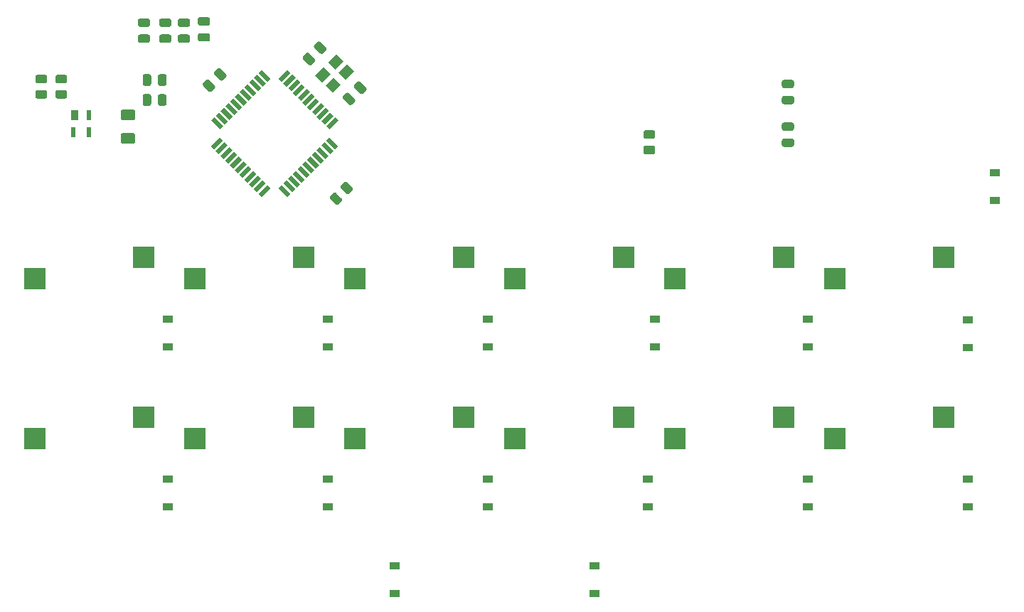
<source format=gbr>
%TF.GenerationSoftware,KiCad,Pcbnew,(5.1.9)-1*%
%TF.CreationDate,2021-03-28T16:49:31-07:00*%
%TF.ProjectId,millipad,6d696c6c-6970-4616-942e-6b696361645f,rev?*%
%TF.SameCoordinates,Original*%
%TF.FileFunction,Paste,Bot*%
%TF.FilePolarity,Positive*%
%FSLAX46Y46*%
G04 Gerber Fmt 4.6, Leading zero omitted, Abs format (unit mm)*
G04 Created by KiCad (PCBNEW (5.1.9)-1) date 2021-03-28 16:49:31*
%MOMM*%
%LPD*%
G01*
G04 APERTURE LIST*
%ADD10R,1.200000X0.900000*%
%ADD11R,2.550000X2.500000*%
%ADD12C,0.100000*%
%ADD13R,0.482600X1.168400*%
%ADD14R,0.889000X1.168400*%
G04 APERTURE END LIST*
D10*
%TO.C,D15*%
X148431250Y-108012500D03*
X148431250Y-104712500D03*
%TD*%
%TO.C,D14*%
X124618750Y-108012500D03*
X124618750Y-104712500D03*
%TD*%
D11*
%TO.C,MX1*%
X94742000Y-67945000D03*
X81815000Y-70485000D03*
%TD*%
%TO.C,MX12*%
X189992000Y-86995000D03*
X177065000Y-89535000D03*
%TD*%
%TO.C,MX11*%
X189992000Y-67945000D03*
X177065000Y-70485000D03*
%TD*%
%TO.C,MX10*%
X170942000Y-86995000D03*
X158015000Y-89535000D03*
%TD*%
%TO.C,MX9*%
X170942000Y-67945000D03*
X158015000Y-70485000D03*
%TD*%
%TO.C,MX8*%
X151892000Y-86995000D03*
X138965000Y-89535000D03*
%TD*%
%TO.C,MX7*%
X151892000Y-67945000D03*
X138965000Y-70485000D03*
%TD*%
%TO.C,MX6*%
X132842000Y-86995000D03*
X119915000Y-89535000D03*
%TD*%
%TO.C,MX5*%
X132842000Y-67945000D03*
X119915000Y-70485000D03*
%TD*%
%TO.C,MX4*%
X113792000Y-86995000D03*
X100865000Y-89535000D03*
%TD*%
%TO.C,MX3*%
X113792000Y-67945000D03*
X100865000Y-70485000D03*
%TD*%
%TO.C,MX2*%
X94742000Y-86995000D03*
X81815000Y-89535000D03*
%TD*%
D12*
%TO.C,Y1*%
G36*
X117722488Y-43739403D02*
G01*
X118571016Y-44587931D01*
X117581066Y-45577881D01*
X116732538Y-44729353D01*
X117722488Y-43739403D01*
G37*
G36*
X116166853Y-45295038D02*
G01*
X117015381Y-46143566D01*
X116025431Y-47133516D01*
X115176903Y-46284988D01*
X116166853Y-45295038D01*
G37*
G36*
X117368934Y-46497119D02*
G01*
X118217462Y-47345647D01*
X117227512Y-48335597D01*
X116378984Y-47487069D01*
X117368934Y-46497119D01*
G37*
G36*
X118924569Y-44941484D02*
G01*
X119773097Y-45790012D01*
X118783147Y-46779962D01*
X117934619Y-45931434D01*
X118924569Y-44941484D01*
G37*
%TD*%
%TO.C,C4*%
G36*
G01*
X119202177Y-48401072D02*
X119873928Y-49072823D01*
G75*
G02*
X119873928Y-49426377I-176777J-176777D01*
G01*
X119520375Y-49779930D01*
G75*
G02*
X119166821Y-49779930I-176777J176777D01*
G01*
X118495070Y-49108179D01*
G75*
G02*
X118495070Y-48754625I176777J176777D01*
G01*
X118848623Y-48401072D01*
G75*
G02*
X119202177Y-48401072I176777J-176777D01*
G01*
G37*
G36*
G01*
X120545679Y-47057570D02*
X121217430Y-47729321D01*
G75*
G02*
X121217430Y-48082875I-176777J-176777D01*
G01*
X120863877Y-48436428D01*
G75*
G02*
X120510323Y-48436428I-176777J176777D01*
G01*
X119838572Y-47764677D01*
G75*
G02*
X119838572Y-47411123I176777J176777D01*
G01*
X120192125Y-47057570D01*
G75*
G02*
X120545679Y-47057570I176777J-176777D01*
G01*
G37*
%TD*%
%TO.C,U1*%
G36*
X103808190Y-53658548D02*
G01*
X104197098Y-54047456D01*
X103136438Y-55108116D01*
X102747530Y-54719208D01*
X103808190Y-53658548D01*
G37*
G36*
X104373876Y-54224233D02*
G01*
X104762784Y-54613141D01*
X103702124Y-55673801D01*
X103313216Y-55284893D01*
X104373876Y-54224233D01*
G37*
G36*
X104939561Y-54789918D02*
G01*
X105328469Y-55178826D01*
X104267809Y-56239486D01*
X103878901Y-55850578D01*
X104939561Y-54789918D01*
G37*
G36*
X105505246Y-55355604D02*
G01*
X105894154Y-55744512D01*
X104833494Y-56805172D01*
X104444586Y-56416264D01*
X105505246Y-55355604D01*
G37*
G36*
X106070932Y-55921289D02*
G01*
X106459840Y-56310197D01*
X105399180Y-57370857D01*
X105010272Y-56981949D01*
X106070932Y-55921289D01*
G37*
G36*
X106636617Y-56486975D02*
G01*
X107025525Y-56875883D01*
X105964865Y-57936543D01*
X105575957Y-57547635D01*
X106636617Y-56486975D01*
G37*
G36*
X107202303Y-57052660D02*
G01*
X107591211Y-57441568D01*
X106530551Y-58502228D01*
X106141643Y-58113320D01*
X107202303Y-57052660D01*
G37*
G36*
X107767988Y-57618346D02*
G01*
X108156896Y-58007254D01*
X107096236Y-59067914D01*
X106707328Y-58679006D01*
X107767988Y-57618346D01*
G37*
G36*
X108333674Y-58184031D02*
G01*
X108722582Y-58572939D01*
X107661922Y-59633599D01*
X107273014Y-59244691D01*
X108333674Y-58184031D01*
G37*
G36*
X108899359Y-58749716D02*
G01*
X109288267Y-59138624D01*
X108227607Y-60199284D01*
X107838699Y-59810376D01*
X108899359Y-58749716D01*
G37*
G36*
X109465044Y-59315402D02*
G01*
X109853952Y-59704310D01*
X108793292Y-60764970D01*
X108404384Y-60376062D01*
X109465044Y-59315402D01*
G37*
G36*
X110808548Y-59704310D02*
G01*
X111197456Y-59315402D01*
X112258116Y-60376062D01*
X111869208Y-60764970D01*
X110808548Y-59704310D01*
G37*
G36*
X111374233Y-59138624D02*
G01*
X111763141Y-58749716D01*
X112823801Y-59810376D01*
X112434893Y-60199284D01*
X111374233Y-59138624D01*
G37*
G36*
X111939918Y-58572939D02*
G01*
X112328826Y-58184031D01*
X113389486Y-59244691D01*
X113000578Y-59633599D01*
X111939918Y-58572939D01*
G37*
G36*
X112505604Y-58007254D02*
G01*
X112894512Y-57618346D01*
X113955172Y-58679006D01*
X113566264Y-59067914D01*
X112505604Y-58007254D01*
G37*
G36*
X113071289Y-57441568D02*
G01*
X113460197Y-57052660D01*
X114520857Y-58113320D01*
X114131949Y-58502228D01*
X113071289Y-57441568D01*
G37*
G36*
X113636975Y-56875883D02*
G01*
X114025883Y-56486975D01*
X115086543Y-57547635D01*
X114697635Y-57936543D01*
X113636975Y-56875883D01*
G37*
G36*
X114202660Y-56310197D02*
G01*
X114591568Y-55921289D01*
X115652228Y-56981949D01*
X115263320Y-57370857D01*
X114202660Y-56310197D01*
G37*
G36*
X114768346Y-55744512D02*
G01*
X115157254Y-55355604D01*
X116217914Y-56416264D01*
X115829006Y-56805172D01*
X114768346Y-55744512D01*
G37*
G36*
X115334031Y-55178826D02*
G01*
X115722939Y-54789918D01*
X116783599Y-55850578D01*
X116394691Y-56239486D01*
X115334031Y-55178826D01*
G37*
G36*
X115899716Y-54613141D02*
G01*
X116288624Y-54224233D01*
X117349284Y-55284893D01*
X116960376Y-55673801D01*
X115899716Y-54613141D01*
G37*
G36*
X116465402Y-54047456D02*
G01*
X116854310Y-53658548D01*
X117914970Y-54719208D01*
X117526062Y-55108116D01*
X116465402Y-54047456D01*
G37*
G36*
X117526062Y-51254384D02*
G01*
X117914970Y-51643292D01*
X116854310Y-52703952D01*
X116465402Y-52315044D01*
X117526062Y-51254384D01*
G37*
G36*
X116960376Y-50688699D02*
G01*
X117349284Y-51077607D01*
X116288624Y-52138267D01*
X115899716Y-51749359D01*
X116960376Y-50688699D01*
G37*
G36*
X116394691Y-50123014D02*
G01*
X116783599Y-50511922D01*
X115722939Y-51572582D01*
X115334031Y-51183674D01*
X116394691Y-50123014D01*
G37*
G36*
X115829006Y-49557328D02*
G01*
X116217914Y-49946236D01*
X115157254Y-51006896D01*
X114768346Y-50617988D01*
X115829006Y-49557328D01*
G37*
G36*
X115263320Y-48991643D02*
G01*
X115652228Y-49380551D01*
X114591568Y-50441211D01*
X114202660Y-50052303D01*
X115263320Y-48991643D01*
G37*
G36*
X114697635Y-48425957D02*
G01*
X115086543Y-48814865D01*
X114025883Y-49875525D01*
X113636975Y-49486617D01*
X114697635Y-48425957D01*
G37*
G36*
X114131949Y-47860272D02*
G01*
X114520857Y-48249180D01*
X113460197Y-49309840D01*
X113071289Y-48920932D01*
X114131949Y-47860272D01*
G37*
G36*
X113566264Y-47294586D02*
G01*
X113955172Y-47683494D01*
X112894512Y-48744154D01*
X112505604Y-48355246D01*
X113566264Y-47294586D01*
G37*
G36*
X113000578Y-46728901D02*
G01*
X113389486Y-47117809D01*
X112328826Y-48178469D01*
X111939918Y-47789561D01*
X113000578Y-46728901D01*
G37*
G36*
X112434893Y-46163216D02*
G01*
X112823801Y-46552124D01*
X111763141Y-47612784D01*
X111374233Y-47223876D01*
X112434893Y-46163216D01*
G37*
G36*
X111869208Y-45597530D02*
G01*
X112258116Y-45986438D01*
X111197456Y-47047098D01*
X110808548Y-46658190D01*
X111869208Y-45597530D01*
G37*
G36*
X108404384Y-45986438D02*
G01*
X108793292Y-45597530D01*
X109853952Y-46658190D01*
X109465044Y-47047098D01*
X108404384Y-45986438D01*
G37*
G36*
X107838699Y-46552124D02*
G01*
X108227607Y-46163216D01*
X109288267Y-47223876D01*
X108899359Y-47612784D01*
X107838699Y-46552124D01*
G37*
G36*
X107273014Y-47117809D02*
G01*
X107661922Y-46728901D01*
X108722582Y-47789561D01*
X108333674Y-48178469D01*
X107273014Y-47117809D01*
G37*
G36*
X106707328Y-47683494D02*
G01*
X107096236Y-47294586D01*
X108156896Y-48355246D01*
X107767988Y-48744154D01*
X106707328Y-47683494D01*
G37*
G36*
X106141643Y-48249180D02*
G01*
X106530551Y-47860272D01*
X107591211Y-48920932D01*
X107202303Y-49309840D01*
X106141643Y-48249180D01*
G37*
G36*
X105575957Y-48814865D02*
G01*
X105964865Y-48425957D01*
X107025525Y-49486617D01*
X106636617Y-49875525D01*
X105575957Y-48814865D01*
G37*
G36*
X105010272Y-49380551D02*
G01*
X105399180Y-48991643D01*
X106459840Y-50052303D01*
X106070932Y-50441211D01*
X105010272Y-49380551D01*
G37*
G36*
X104444586Y-49946236D02*
G01*
X104833494Y-49557328D01*
X105894154Y-50617988D01*
X105505246Y-51006896D01*
X104444586Y-49946236D01*
G37*
G36*
X103878901Y-50511922D02*
G01*
X104267809Y-50123014D01*
X105328469Y-51183674D01*
X104939561Y-51572582D01*
X103878901Y-50511922D01*
G37*
G36*
X103313216Y-51077607D02*
G01*
X103702124Y-50688699D01*
X104762784Y-51749359D01*
X104373876Y-52138267D01*
X103313216Y-51077607D01*
G37*
G36*
X102747530Y-51643292D02*
G01*
X103136438Y-51254384D01*
X104197098Y-52315044D01*
X103808190Y-52703952D01*
X102747530Y-51643292D01*
G37*
%TD*%
%TO.C,C1*%
G36*
G01*
X102392500Y-40348750D02*
X101442500Y-40348750D01*
G75*
G02*
X101192500Y-40098750I0J250000D01*
G01*
X101192500Y-39598750D01*
G75*
G02*
X101442500Y-39348750I250000J0D01*
G01*
X102392500Y-39348750D01*
G75*
G02*
X102642500Y-39598750I0J-250000D01*
G01*
X102642500Y-40098750D01*
G75*
G02*
X102392500Y-40348750I-250000J0D01*
G01*
G37*
G36*
G01*
X102392500Y-42248750D02*
X101442500Y-42248750D01*
G75*
G02*
X101192500Y-41998750I0J250000D01*
G01*
X101192500Y-41498750D01*
G75*
G02*
X101442500Y-41248750I250000J0D01*
G01*
X102392500Y-41248750D01*
G75*
G02*
X102642500Y-41498750I0J-250000D01*
G01*
X102642500Y-41998750D01*
G75*
G02*
X102392500Y-42248750I-250000J0D01*
G01*
G37*
%TD*%
D13*
%TO.C,U2*%
X86315549Y-53086000D03*
X88215551Y-53086000D03*
X88215550Y-51054000D03*
D14*
X86518750Y-51054000D03*
%TD*%
%TO.C,R6*%
G36*
G01*
X82099999Y-48025000D02*
X83000001Y-48025000D01*
G75*
G02*
X83250000Y-48274999I0J-249999D01*
G01*
X83250000Y-48800001D01*
G75*
G02*
X83000001Y-49050000I-249999J0D01*
G01*
X82099999Y-49050000D01*
G75*
G02*
X81850000Y-48800001I0J249999D01*
G01*
X81850000Y-48274999D01*
G75*
G02*
X82099999Y-48025000I249999J0D01*
G01*
G37*
G36*
G01*
X82099999Y-46200000D02*
X83000001Y-46200000D01*
G75*
G02*
X83250000Y-46449999I0J-249999D01*
G01*
X83250000Y-46975001D01*
G75*
G02*
X83000001Y-47225000I-249999J0D01*
G01*
X82099999Y-47225000D01*
G75*
G02*
X81850000Y-46975001I0J249999D01*
G01*
X81850000Y-46449999D01*
G75*
G02*
X82099999Y-46200000I249999J0D01*
G01*
G37*
%TD*%
%TO.C,R5*%
G36*
G01*
X84481249Y-48025000D02*
X85381251Y-48025000D01*
G75*
G02*
X85631250Y-48274999I0J-249999D01*
G01*
X85631250Y-48800001D01*
G75*
G02*
X85381251Y-49050000I-249999J0D01*
G01*
X84481249Y-49050000D01*
G75*
G02*
X84231250Y-48800001I0J249999D01*
G01*
X84231250Y-48274999D01*
G75*
G02*
X84481249Y-48025000I249999J0D01*
G01*
G37*
G36*
G01*
X84481249Y-46200000D02*
X85381251Y-46200000D01*
G75*
G02*
X85631250Y-46449999I0J-249999D01*
G01*
X85631250Y-46975001D01*
G75*
G02*
X85381251Y-47225000I-249999J0D01*
G01*
X84481249Y-47225000D01*
G75*
G02*
X84231250Y-46975001I0J249999D01*
G01*
X84231250Y-46449999D01*
G75*
G02*
X84481249Y-46200000I249999J0D01*
G01*
G37*
%TD*%
%TO.C,R4*%
G36*
G01*
X117667708Y-60289644D02*
X118304106Y-60926042D01*
G75*
G02*
X118304106Y-61279594I-176776J-176776D01*
G01*
X117932874Y-61650826D01*
G75*
G02*
X117579322Y-61650826I-176776J176776D01*
G01*
X116942924Y-61014428D01*
G75*
G02*
X116942924Y-60660876I176776J176776D01*
G01*
X117314156Y-60289644D01*
G75*
G02*
X117667708Y-60289644I176776J-176776D01*
G01*
G37*
G36*
G01*
X118958178Y-58999174D02*
X119594576Y-59635572D01*
G75*
G02*
X119594576Y-59989124I-176776J-176776D01*
G01*
X119223344Y-60360356D01*
G75*
G02*
X118869792Y-60360356I-176776J176776D01*
G01*
X118233394Y-59723958D01*
G75*
G02*
X118233394Y-59370406I176776J176776D01*
G01*
X118604626Y-58999174D01*
G75*
G02*
X118958178Y-58999174I176776J-176776D01*
G01*
G37*
%TD*%
%TO.C,R3*%
G36*
G01*
X155390001Y-53852500D02*
X154489999Y-53852500D01*
G75*
G02*
X154240000Y-53602501I0J249999D01*
G01*
X154240000Y-53077499D01*
G75*
G02*
X154489999Y-52827500I249999J0D01*
G01*
X155390001Y-52827500D01*
G75*
G02*
X155640000Y-53077499I0J-249999D01*
G01*
X155640000Y-53602501D01*
G75*
G02*
X155390001Y-53852500I-249999J0D01*
G01*
G37*
G36*
G01*
X155390001Y-55677500D02*
X154489999Y-55677500D01*
G75*
G02*
X154240000Y-55427501I0J249999D01*
G01*
X154240000Y-54902499D01*
G75*
G02*
X154489999Y-54652500I249999J0D01*
G01*
X155390001Y-54652500D01*
G75*
G02*
X155640000Y-54902499I0J-249999D01*
G01*
X155640000Y-55427501D01*
G75*
G02*
X155390001Y-55677500I-249999J0D01*
G01*
G37*
%TD*%
%TO.C,R2*%
G36*
G01*
X95643750Y-46381249D02*
X95643750Y-47281251D01*
G75*
G02*
X95393751Y-47531250I-249999J0D01*
G01*
X94868749Y-47531250D01*
G75*
G02*
X94618750Y-47281251I0J249999D01*
G01*
X94618750Y-46381249D01*
G75*
G02*
X94868749Y-46131250I249999J0D01*
G01*
X95393751Y-46131250D01*
G75*
G02*
X95643750Y-46381249I0J-249999D01*
G01*
G37*
G36*
G01*
X97468750Y-46381249D02*
X97468750Y-47281251D01*
G75*
G02*
X97218751Y-47531250I-249999J0D01*
G01*
X96693749Y-47531250D01*
G75*
G02*
X96443750Y-47281251I0J249999D01*
G01*
X96443750Y-46381249D01*
G75*
G02*
X96693749Y-46131250I249999J0D01*
G01*
X97218751Y-46131250D01*
G75*
G02*
X97468750Y-46381249I0J-249999D01*
G01*
G37*
%TD*%
%TO.C,R1*%
G36*
G01*
X95643750Y-48762499D02*
X95643750Y-49662501D01*
G75*
G02*
X95393751Y-49912500I-249999J0D01*
G01*
X94868749Y-49912500D01*
G75*
G02*
X94618750Y-49662501I0J249999D01*
G01*
X94618750Y-48762499D01*
G75*
G02*
X94868749Y-48512500I249999J0D01*
G01*
X95393751Y-48512500D01*
G75*
G02*
X95643750Y-48762499I0J-249999D01*
G01*
G37*
G36*
G01*
X97468750Y-48762499D02*
X97468750Y-49662501D01*
G75*
G02*
X97218751Y-49912500I-249999J0D01*
G01*
X96693749Y-49912500D01*
G75*
G02*
X96443750Y-49662501I0J249999D01*
G01*
X96443750Y-48762499D01*
G75*
G02*
X96693749Y-48512500I249999J0D01*
G01*
X97218751Y-48512500D01*
G75*
G02*
X97468750Y-48762499I0J-249999D01*
G01*
G37*
%TD*%
%TO.C,F1*%
G36*
G01*
X93493750Y-51612500D02*
X92243750Y-51612500D01*
G75*
G02*
X91993750Y-51362500I0J250000D01*
G01*
X91993750Y-50612500D01*
G75*
G02*
X92243750Y-50362500I250000J0D01*
G01*
X93493750Y-50362500D01*
G75*
G02*
X93743750Y-50612500I0J-250000D01*
G01*
X93743750Y-51362500D01*
G75*
G02*
X93493750Y-51612500I-250000J0D01*
G01*
G37*
G36*
G01*
X93493750Y-54412500D02*
X92243750Y-54412500D01*
G75*
G02*
X91993750Y-54162500I0J250000D01*
G01*
X91993750Y-53412500D01*
G75*
G02*
X92243750Y-53162500I250000J0D01*
G01*
X93493750Y-53162500D01*
G75*
G02*
X93743750Y-53412500I0J-250000D01*
G01*
X93743750Y-54162500D01*
G75*
G02*
X93493750Y-54412500I-250000J0D01*
G01*
G37*
%TD*%
D10*
%TO.C,D13*%
X196056250Y-57881250D03*
X196056250Y-61181250D03*
%TD*%
%TO.C,D12*%
X192881250Y-94393750D03*
X192881250Y-97693750D03*
%TD*%
%TO.C,D11*%
X192881250Y-75406250D03*
X192881250Y-78706250D03*
%TD*%
%TO.C,D10*%
X173831250Y-94393750D03*
X173831250Y-97693750D03*
%TD*%
%TO.C,D9*%
X173831250Y-75281250D03*
X173831250Y-78581250D03*
%TD*%
%TO.C,D8*%
X154781250Y-94393750D03*
X154781250Y-97693750D03*
%TD*%
%TO.C,D7*%
X155575000Y-75343750D03*
X155575000Y-78643750D03*
%TD*%
%TO.C,D6*%
X135731250Y-94393750D03*
X135731250Y-97693750D03*
%TD*%
%TO.C,D5*%
X135731250Y-75343750D03*
X135731250Y-78643750D03*
%TD*%
%TO.C,D4*%
X116681250Y-94393750D03*
X116681250Y-97693750D03*
%TD*%
%TO.C,D3*%
X116681250Y-75343750D03*
X116681250Y-78643750D03*
%TD*%
%TO.C,D2*%
X97631250Y-94393750D03*
X97631250Y-97693750D03*
%TD*%
%TO.C,D1*%
X97631250Y-75343750D03*
X97631250Y-78643750D03*
%TD*%
%TO.C,C9*%
G36*
G01*
X171925000Y-52890000D02*
X170975000Y-52890000D01*
G75*
G02*
X170725000Y-52640000I0J250000D01*
G01*
X170725000Y-52140000D01*
G75*
G02*
X170975000Y-51890000I250000J0D01*
G01*
X171925000Y-51890000D01*
G75*
G02*
X172175000Y-52140000I0J-250000D01*
G01*
X172175000Y-52640000D01*
G75*
G02*
X171925000Y-52890000I-250000J0D01*
G01*
G37*
G36*
G01*
X171925000Y-54790000D02*
X170975000Y-54790000D01*
G75*
G02*
X170725000Y-54540000I0J250000D01*
G01*
X170725000Y-54040000D01*
G75*
G02*
X170975000Y-53790000I250000J0D01*
G01*
X171925000Y-53790000D01*
G75*
G02*
X172175000Y-54040000I0J-250000D01*
G01*
X172175000Y-54540000D01*
G75*
G02*
X171925000Y-54790000I-250000J0D01*
G01*
G37*
%TD*%
%TO.C,C8*%
G36*
G01*
X171925000Y-47810000D02*
X170975000Y-47810000D01*
G75*
G02*
X170725000Y-47560000I0J250000D01*
G01*
X170725000Y-47060000D01*
G75*
G02*
X170975000Y-46810000I250000J0D01*
G01*
X171925000Y-46810000D01*
G75*
G02*
X172175000Y-47060000I0J-250000D01*
G01*
X172175000Y-47560000D01*
G75*
G02*
X171925000Y-47810000I-250000J0D01*
G01*
G37*
G36*
G01*
X171925000Y-49710000D02*
X170975000Y-49710000D01*
G75*
G02*
X170725000Y-49460000I0J250000D01*
G01*
X170725000Y-48960000D01*
G75*
G02*
X170975000Y-48710000I250000J0D01*
G01*
X171925000Y-48710000D01*
G75*
G02*
X172175000Y-48960000I0J-250000D01*
G01*
X172175000Y-49460000D01*
G75*
G02*
X171925000Y-49710000I-250000J0D01*
G01*
G37*
%TD*%
%TO.C,C7*%
G36*
G01*
X102533427Y-46813572D02*
X103205178Y-47485323D01*
G75*
G02*
X103205178Y-47838877I-176777J-176777D01*
G01*
X102851625Y-48192430D01*
G75*
G02*
X102498071Y-48192430I-176777J176777D01*
G01*
X101826320Y-47520679D01*
G75*
G02*
X101826320Y-47167125I176777J176777D01*
G01*
X102179873Y-46813572D01*
G75*
G02*
X102533427Y-46813572I176777J-176777D01*
G01*
G37*
G36*
G01*
X103876929Y-45470070D02*
X104548680Y-46141821D01*
G75*
G02*
X104548680Y-46495375I-176777J-176777D01*
G01*
X104195127Y-46848928D01*
G75*
G02*
X103841573Y-46848928I-176777J176777D01*
G01*
X103169822Y-46177177D01*
G75*
G02*
X103169822Y-45823623I176777J176777D01*
G01*
X103523375Y-45470070D01*
G75*
G02*
X103876929Y-45470070I176777J-176777D01*
G01*
G37*
%TD*%
%TO.C,C6*%
G36*
G01*
X95248750Y-40505000D02*
X94298750Y-40505000D01*
G75*
G02*
X94048750Y-40255000I0J250000D01*
G01*
X94048750Y-39755000D01*
G75*
G02*
X94298750Y-39505000I250000J0D01*
G01*
X95248750Y-39505000D01*
G75*
G02*
X95498750Y-39755000I0J-250000D01*
G01*
X95498750Y-40255000D01*
G75*
G02*
X95248750Y-40505000I-250000J0D01*
G01*
G37*
G36*
G01*
X95248750Y-42405000D02*
X94298750Y-42405000D01*
G75*
G02*
X94048750Y-42155000I0J250000D01*
G01*
X94048750Y-41655000D01*
G75*
G02*
X94298750Y-41405000I250000J0D01*
G01*
X95248750Y-41405000D01*
G75*
G02*
X95498750Y-41655000I0J-250000D01*
G01*
X95498750Y-42155000D01*
G75*
G02*
X95248750Y-42405000I-250000J0D01*
G01*
G37*
%TD*%
%TO.C,C5*%
G36*
G01*
X115747823Y-43673928D02*
X115076072Y-43002177D01*
G75*
G02*
X115076072Y-42648623I176777J176777D01*
G01*
X115429625Y-42295070D01*
G75*
G02*
X115783179Y-42295070I176777J-176777D01*
G01*
X116454930Y-42966821D01*
G75*
G02*
X116454930Y-43320375I-176777J-176777D01*
G01*
X116101377Y-43673928D01*
G75*
G02*
X115747823Y-43673928I-176777J176777D01*
G01*
G37*
G36*
G01*
X114404321Y-45017430D02*
X113732570Y-44345679D01*
G75*
G02*
X113732570Y-43992125I176777J176777D01*
G01*
X114086123Y-43638572D01*
G75*
G02*
X114439677Y-43638572I176777J-176777D01*
G01*
X115111428Y-44310323D01*
G75*
G02*
X115111428Y-44663877I-176777J-176777D01*
G01*
X114757875Y-45017430D01*
G75*
G02*
X114404321Y-45017430I-176777J176777D01*
G01*
G37*
%TD*%
%TO.C,C3*%
G36*
G01*
X97788750Y-40505000D02*
X96838750Y-40505000D01*
G75*
G02*
X96588750Y-40255000I0J250000D01*
G01*
X96588750Y-39755000D01*
G75*
G02*
X96838750Y-39505000I250000J0D01*
G01*
X97788750Y-39505000D01*
G75*
G02*
X98038750Y-39755000I0J-250000D01*
G01*
X98038750Y-40255000D01*
G75*
G02*
X97788750Y-40505000I-250000J0D01*
G01*
G37*
G36*
G01*
X97788750Y-42405000D02*
X96838750Y-42405000D01*
G75*
G02*
X96588750Y-42155000I0J250000D01*
G01*
X96588750Y-41655000D01*
G75*
G02*
X96838750Y-41405000I250000J0D01*
G01*
X97788750Y-41405000D01*
G75*
G02*
X98038750Y-41655000I0J-250000D01*
G01*
X98038750Y-42155000D01*
G75*
G02*
X97788750Y-42405000I-250000J0D01*
G01*
G37*
%TD*%
%TO.C,C2*%
G36*
G01*
X100011250Y-40505000D02*
X99061250Y-40505000D01*
G75*
G02*
X98811250Y-40255000I0J250000D01*
G01*
X98811250Y-39755000D01*
G75*
G02*
X99061250Y-39505000I250000J0D01*
G01*
X100011250Y-39505000D01*
G75*
G02*
X100261250Y-39755000I0J-250000D01*
G01*
X100261250Y-40255000D01*
G75*
G02*
X100011250Y-40505000I-250000J0D01*
G01*
G37*
G36*
G01*
X100011250Y-42405000D02*
X99061250Y-42405000D01*
G75*
G02*
X98811250Y-42155000I0J250000D01*
G01*
X98811250Y-41655000D01*
G75*
G02*
X99061250Y-41405000I250000J0D01*
G01*
X100011250Y-41405000D01*
G75*
G02*
X100261250Y-41655000I0J-250000D01*
G01*
X100261250Y-42155000D01*
G75*
G02*
X100011250Y-42405000I-250000J0D01*
G01*
G37*
%TD*%
M02*

</source>
